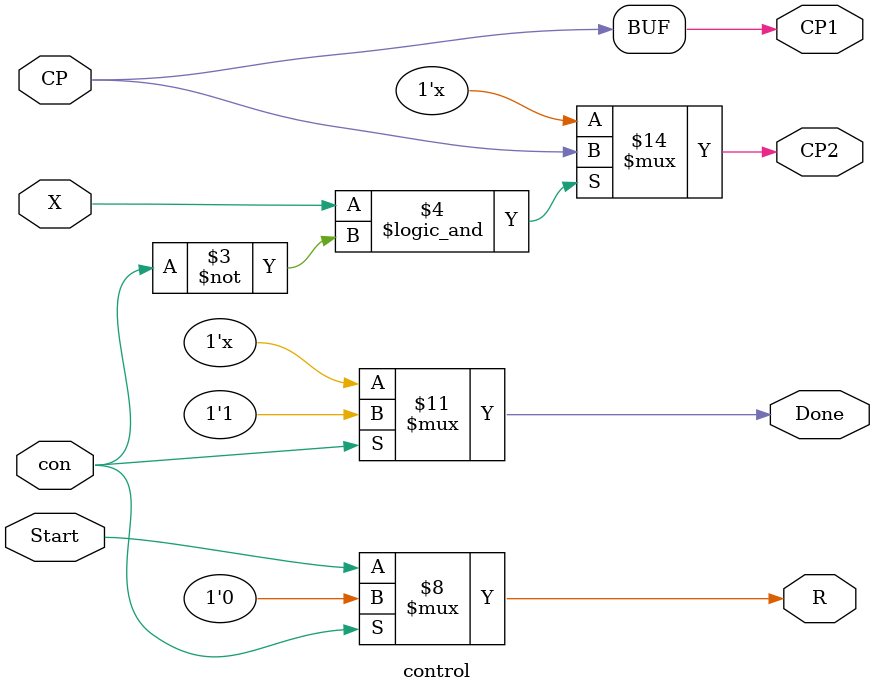
<source format=v>
module control(Start,X,CP,con,Done,CP1,CP2,R);
input Start,X;
input CP;
input con;
output reg Done=0;
output reg CP1,CP2,R;

always @(*)
begin
	CP1=CP;
	//if(CP==0) CP2=0;
	//if(X==1 && con==0) CP2=1;
	if(X==1 && con==0) CP2 = CP;
	R=Start;
	if(con==1) 
	begin
		Done=1;
		R=0;
	end
end

endmodule
</source>
